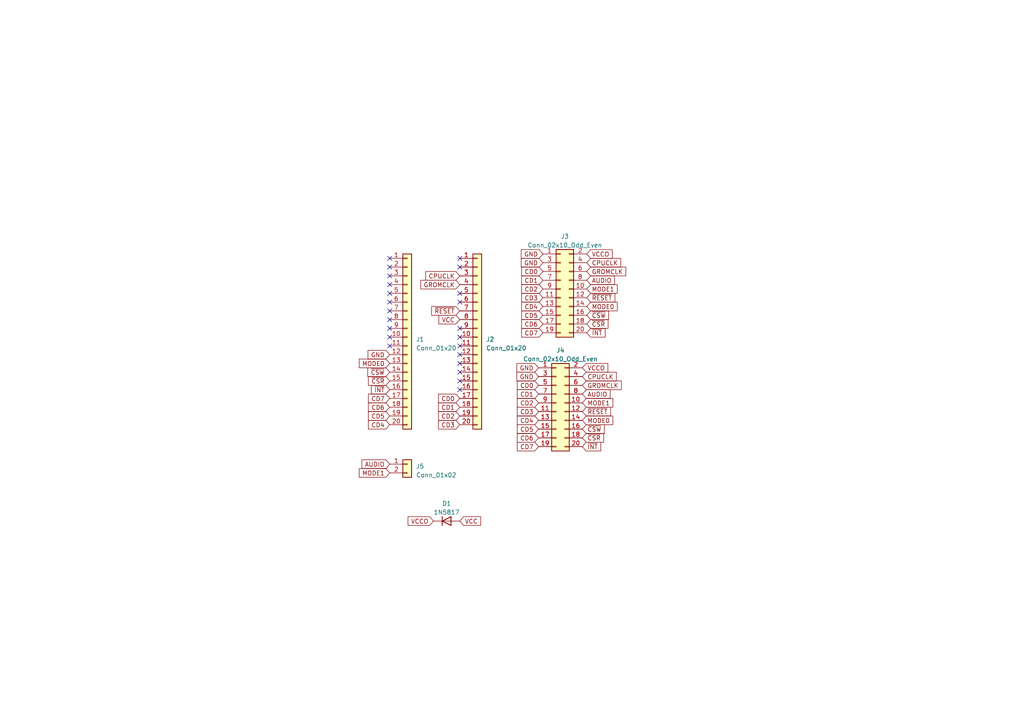
<source format=kicad_sch>
(kicad_sch (version 20230121) (generator eeschema)
  (paper "A4")
  (lib_symbols
    (symbol "Connector_Generic:Conn_01x02" (pin_names (offset 1.016) hide)
      (property "Reference" "J" (at 0 2.54 0))
      (property "Value" "Conn_01x02" (at 0 -5.08 0))
      (symbol "Conn_01x02_1_1"
        (rectangle (start -1.27 -2.413) (end 0 -2.667) (stroke (width 0.1524)))
        (rectangle (start -1.27 0.127) (end 0 -0.127) (stroke (width 0.1524)))
        (rectangle (start -1.27 1.27) (end 1.27 -3.81) (stroke (width 0.254)) (fill (type background)))
        (pin passive line (at -5.08 0 0) (length 3.81) (name "Pin_1") (number "1"))
        (pin passive line (at -5.08 -2.54 0) (length 3.81) (name "Pin_2") (number "2"))
      )
    )
    (symbol "Connector_Generic:Conn_01x20" (pin_names (offset 1.016) hide)
      (property "Reference" "J" (at 0 25.4 0))
      (property "Value" "Conn_01x20" (at 0 -27.94 0))
      (symbol "Conn_01x20_1_1"
        (rectangle (start -1.27 -25.273) (end 0 -25.527) (stroke (width 0.1524)))
        (rectangle (start -1.27 -22.733) (end 0 -22.987) (stroke (width 0.1524)))
        (rectangle (start -1.27 -20.193) (end 0 -20.447) (stroke (width 0.1524)))
        (rectangle (start -1.27 -17.653) (end 0 -17.907) (stroke (width 0.1524)))
        (rectangle (start -1.27 -15.113) (end 0 -15.367) (stroke (width 0.1524)))
        (rectangle (start -1.27 -12.573) (end 0 -12.827) (stroke (width 0.1524)))
        (rectangle (start -1.27 -10.033) (end 0 -10.287) (stroke (width 0.1524)))
        (rectangle (start -1.27 -7.493) (end 0 -7.747) (stroke (width 0.1524)))
        (rectangle (start -1.27 -4.953) (end 0 -5.207) (stroke (width 0.1524)))
        (rectangle (start -1.27 -2.413) (end 0 -2.667) (stroke (width 0.1524)))
        (rectangle (start -1.27 0.127) (end 0 -0.127) (stroke (width 0.1524)))
        (rectangle (start -1.27 2.667) (end 0 2.413) (stroke (width 0.1524)))
        (rectangle (start -1.27 5.207) (end 0 4.953) (stroke (width 0.1524)))
        (rectangle (start -1.27 7.747) (end 0 7.493) (stroke (width 0.1524)))
        (rectangle (start -1.27 10.287) (end 0 10.033) (stroke (width 0.1524)))
        (rectangle (start -1.27 12.827) (end 0 12.573) (stroke (width 0.1524)))
        (rectangle (start -1.27 15.367) (end 0 15.113) (stroke (width 0.1524)))
        (rectangle (start -1.27 17.907) (end 0 17.653) (stroke (width 0.1524)))
        (rectangle (start -1.27 20.447) (end 0 20.193) (stroke (width 0.1524)))
        (rectangle (start -1.27 22.987) (end 0 22.733) (stroke (width 0.1524)))
        (rectangle (start -1.27 24.13) (end 1.27 -26.67) (stroke (width 0.254)) (fill (type background)))
        (pin passive line (at -5.08 22.86 0) (length 3.81) (name "Pin_1") (number "1"))
        (pin passive line (at -5.08 0 0) (length 3.81) (name "Pin_10") (number "10"))
        (pin passive line (at -5.08 -2.54 0) (length 3.81) (name "Pin_11") (number "11"))
        (pin passive line (at -5.08 -5.08 0) (length 3.81) (name "Pin_12") (number "12"))
        (pin passive line (at -5.08 -7.62 0) (length 3.81) (name "Pin_13") (number "13"))
        (pin passive line (at -5.08 -10.16 0) (length 3.81) (name "Pin_14") (number "14"))
        (pin passive line (at -5.08 -12.7 0) (length 3.81) (name "Pin_15") (number "15"))
        (pin passive line (at -5.08 -15.24 0) (length 3.81) (name "Pin_16") (number "16"))
        (pin passive line (at -5.08 -17.78 0) (length 3.81) (name "Pin_17") (number "17"))
        (pin passive line (at -5.08 -20.32 0) (length 3.81) (name "Pin_18") (number "18"))
        (pin passive line (at -5.08 -22.86 0) (length 3.81) (name "Pin_19") (number "19"))
        (pin passive line (at -5.08 20.32 0) (length 3.81) (name "Pin_2") (number "2"))
        (pin passive line (at -5.08 -25.4 0) (length 3.81) (name "Pin_20") (number "20"))
        (pin passive line (at -5.08 17.78 0) (length 3.81) (name "Pin_3") (number "3"))
        (pin passive line (at -5.08 15.24 0) (length 3.81) (name "Pin_4") (number "4"))
        (pin passive line (at -5.08 12.7 0) (length 3.81) (name "Pin_5") (number "5"))
        (pin passive line (at -5.08 10.16 0) (length 3.81) (name "Pin_6") (number "6"))
        (pin passive line (at -5.08 7.62 0) (length 3.81) (name "Pin_7") (number "7"))
        (pin passive line (at -5.08 5.08 0) (length 3.81) (name "Pin_8") (number "8"))
        (pin passive line (at -5.08 2.54 0) (length 3.81) (name "Pin_9") (number "9"))
      )
    )
    (symbol "Connector_Generic:Conn_02x10_Odd_Even" (pin_names (offset 1.016) hide)
      (property "Reference" "J" (at 1.27 12.7 0))
      (property "Value" "Conn_02x10_Odd_Even" (at 1.27 -15.24 0))
      (symbol "Conn_02x10_Odd_Even_1_1"
        (rectangle (start -1.27 -12.573) (end 0 -12.827) (stroke (width 0.1524)))
        (rectangle (start -1.27 -10.033) (end 0 -10.287) (stroke (width 0.1524)))
        (rectangle (start -1.27 -7.493) (end 0 -7.747) (stroke (width 0.1524)))
        (rectangle (start -1.27 -4.953) (end 0 -5.207) (stroke (width 0.1524)))
        (rectangle (start -1.27 -2.413) (end 0 -2.667) (stroke (width 0.1524)))
        (rectangle (start -1.27 0.127) (end 0 -0.127) (stroke (width 0.1524)))
        (rectangle (start -1.27 2.667) (end 0 2.413) (stroke (width 0.1524)))
        (rectangle (start -1.27 5.207) (end 0 4.953) (stroke (width 0.1524)))
        (rectangle (start -1.27 7.747) (end 0 7.493) (stroke (width 0.1524)))
        (rectangle (start -1.27 10.287) (end 0 10.033) (stroke (width 0.1524)))
        (rectangle (start -1.27 11.43) (end 3.81 -13.97) (stroke (width 0.254)) (fill (type background)))
        (rectangle (start 3.81 -12.573) (end 2.54 -12.827) (stroke (width 0.1524)))
        (rectangle (start 3.81 -10.033) (end 2.54 -10.287) (stroke (width 0.1524)))
        (rectangle (start 3.81 -7.493) (end 2.54 -7.747) (stroke (width 0.1524)))
        (rectangle (start 3.81 -4.953) (end 2.54 -5.207) (stroke (width 0.1524)))
        (rectangle (start 3.81 -2.413) (end 2.54 -2.667) (stroke (width 0.1524)))
        (rectangle (start 3.81 0.127) (end 2.54 -0.127) (stroke (width 0.1524)))
        (rectangle (start 3.81 2.667) (end 2.54 2.413) (stroke (width 0.1524)))
        (rectangle (start 3.81 5.207) (end 2.54 4.953) (stroke (width 0.1524)))
        (rectangle (start 3.81 7.747) (end 2.54 7.493) (stroke (width 0.1524)))
        (rectangle (start 3.81 10.287) (end 2.54 10.033) (stroke (width 0.1524)))
        (pin passive line (at -5.08 10.16 0) (length 3.81) (name "Pin_1") (number "1"))
        (pin passive line (at 7.62 0 180) (length 3.81) (name "Pin_10") (number "10"))
        (pin passive line (at -5.08 -2.54 0) (length 3.81) (name "Pin_11") (number "11"))
        (pin passive line (at 7.62 -2.54 180) (length 3.81) (name "Pin_12") (number "12"))
        (pin passive line (at -5.08 -5.08 0) (length 3.81) (name "Pin_13") (number "13"))
        (pin passive line (at 7.62 -5.08 180) (length 3.81) (name "Pin_14") (number "14"))
        (pin passive line (at -5.08 -7.62 0) (length 3.81) (name "Pin_15") (number "15"))
        (pin passive line (at 7.62 -7.62 180) (length 3.81) (name "Pin_16") (number "16"))
        (pin passive line (at -5.08 -10.16 0) (length 3.81) (name "Pin_17") (number "17"))
        (pin passive line (at 7.62 -10.16 180) (length 3.81) (name "Pin_18") (number "18"))
        (pin passive line (at -5.08 -12.7 0) (length 3.81) (name "Pin_19") (number "19"))
        (pin passive line (at 7.62 10.16 180) (length 3.81) (name "Pin_2") (number "2"))
        (pin passive line (at 7.62 -12.7 180) (length 3.81) (name "Pin_20") (number "20"))
        (pin passive line (at -5.08 7.62 0) (length 3.81) (name "Pin_3") (number "3"))
        (pin passive line (at 7.62 7.62 180) (length 3.81) (name "Pin_4") (number "4"))
        (pin passive line (at -5.08 5.08 0) (length 3.81) (name "Pin_5") (number "5"))
        (pin passive line (at 7.62 5.08 180) (length 3.81) (name "Pin_6") (number "6"))
        (pin passive line (at -5.08 2.54 0) (length 3.81) (name "Pin_7") (number "7"))
        (pin passive line (at 7.62 2.54 180) (length 3.81) (name "Pin_8") (number "8"))
        (pin passive line (at -5.08 0 0) (length 3.81) (name "Pin_9") (number "9"))
      )
    )
    (symbol "Diode:1N4001" (pin_numbers hide) (pin_names hide)
      (property "Reference" "D" (at 0 2.54 0))
      (property "Value" "1N4001" (at 0 -2.54 0))
      (symbol "1N4001_0_1"
        (polyline (pts (xy -1.27 1.27) (xy -1.27 -1.27)) (stroke (width 0.254)))
        (polyline (pts (xy 1.27 0) (xy -1.27 0)))
        (polyline (pts (xy 1.27 1.27) (xy 1.27 -1.27) (xy -1.27 0) (xy 1.27 1.27)) (stroke (width 0.254)))
      )
      (symbol "1N4001_1_1"
        (pin passive line (at -3.81 0 0) (length 2.54) (name "K") (number "1"))
        (pin passive line (at 3.81 0 180) (length 2.54) (name "A") (number "2"))
      )
    )
  )
  (no_connect (at 113.03 97.79))
  (no_connect (at 133.35 77.47))
  (no_connect (at 133.35 100.33))
  (no_connect (at 113.03 80.01))
  (no_connect (at 133.35 110.49))
  (no_connect (at 133.35 105.41))
  (no_connect (at 133.35 74.93))
  (no_connect (at 113.03 87.63))
  (no_connect (at 113.03 90.17))
  (no_connect (at 113.03 77.47))
  (no_connect (at 113.03 92.71))
  (no_connect (at 133.35 102.87))
  (no_connect (at 133.35 85.09))
  (no_connect (at 133.35 97.79))
  (no_connect (at 113.03 82.55))
  (no_connect (at 113.03 85.09))
  (no_connect (at 113.03 95.25))
  (no_connect (at 133.35 95.25))
  (no_connect (at 113.03 100.33))
  (no_connect (at 133.35 107.95))
  (no_connect (at 133.35 87.63))
  (no_connect (at 133.35 113.03))
  (no_connect (at 113.03 74.93))
  (global_label "~{CSR}" (shape input) (at 168.91 127 0) (property "Intersheetrefs" "${INTERSHEET_REFS}" (effects hide)))
  (global_label "CD1" (shape input) (at 156.21 114.3 180) (property "Intersheetrefs" "${INTERSHEET_REFS}" (effects hide)))
  (global_label "AUDIO" (shape input) (at 168.91 114.3 0) (property "Intersheetrefs" "${INTERSHEET_REFS}" (effects hide)))
  (global_label "GND" (shape input) (at 157.48 76.2 180) (property "Intersheetrefs" "${INTERSHEET_REFS}" (effects hide)))
  (global_label "GND" (shape input) (at 156.21 109.22 180) (property "Intersheetrefs" "${INTERSHEET_REFS}" (effects hide)))
  (global_label "~{RESET}" (shape input) (at 168.91 119.38 0) (property "Intersheetrefs" "${INTERSHEET_REFS}" (effects hide)))
  (global_label "MODE1" (shape input) (at 113.03 137.16 180) (property "Intersheetrefs" "${INTERSHEET_REFS}" (effects hide)))
  (global_label "MODE1" (shape input) (at 170.18 83.82 0) (property "Intersheetrefs" "${INTERSHEET_REFS}" (effects hide)))
  (global_label "GND" (shape input) (at 113.03 102.87 180) (property "Intersheetrefs" "${INTERSHEET_REFS}" (effects hide)))
  (global_label "CD1" (shape input) (at 157.48 81.28 180) (property "Intersheetrefs" "${INTERSHEET_REFS}" (effects hide)))
  (global_label "~{CSR}" (shape input) (at 170.18 93.98 0) (property "Intersheetrefs" "${INTERSHEET_REFS}" (effects hide)))
  (global_label "MODE0" (shape input) (at 170.18 88.9 0) (property "Intersheetrefs" "${INTERSHEET_REFS}" (effects hide)))
  (global_label "~{CSW}" (shape input) (at 113.03 107.95 180) (property "Intersheetrefs" "${INTERSHEET_REFS}" (effects hide)))
  (global_label "GND" (shape input) (at 156.21 106.68 180) (property "Intersheetrefs" "${INTERSHEET_REFS}" (effects hide)))
  (global_label "~{CSR}" (shape input) (at 113.03 110.49 180) (property "Intersheetrefs" "${INTERSHEET_REFS}" (effects hide)))
  (global_label "CD5" (shape input) (at 156.21 124.46 180) (property "Intersheetrefs" "${INTERSHEET_REFS}" (effects hide)))
  (global_label "MODE0" (shape input) (at 168.91 121.92 0) (property "Intersheetrefs" "${INTERSHEET_REFS}" (effects hide)))
  (global_label "VCCO" (shape input) (at 125.73 151.13 180) (property "Intersheetrefs" "${INTERSHEET_REFS}" (effects hide)))
  (global_label "~{INT}" (shape input) (at 170.18 96.52 0) (property "Intersheetrefs" "${INTERSHEET_REFS}" (effects hide)))
  (global_label "CPUCLK" (shape input) (at 170.18 76.2 0) (property "Intersheetrefs" "${INTERSHEET_REFS}" (effects hide)))
  (global_label "MODE0" (shape input) (at 113.03 105.41 180) (property "Intersheetrefs" "${INTERSHEET_REFS}" (effects hide)))
  (global_label "CD5" (shape input) (at 157.48 91.44 180) (property "Intersheetrefs" "${INTERSHEET_REFS}" (effects hide)))
  (global_label "CD0" (shape input) (at 157.48 78.74 180) (property "Intersheetrefs" "${INTERSHEET_REFS}" (effects hide)))
  (global_label "CD7" (shape input) (at 156.21 129.54 180) (property "Intersheetrefs" "${INTERSHEET_REFS}" (effects hide)))
  (global_label "GROMCLK" (shape input) (at 133.35 82.55 180) (property "Intersheetrefs" "${INTERSHEET_REFS}" (effects hide)))
  (global_label "GROMCLK" (shape input) (at 170.18 78.74 0) (property "Intersheetrefs" "${INTERSHEET_REFS}" (effects hide)))
  (global_label "CD2" (shape input) (at 157.48 83.82 180) (property "Intersheetrefs" "${INTERSHEET_REFS}" (effects hide)))
  (global_label "CD2" (shape input) (at 133.35 120.65 180) (property "Intersheetrefs" "${INTERSHEET_REFS}" (effects hide)))
  (global_label "CD3" (shape input) (at 156.21 119.38 180) (property "Intersheetrefs" "${INTERSHEET_REFS}" (effects hide)))
  (global_label "AUDIO" (shape input) (at 170.18 81.28 0) (property "Intersheetrefs" "${INTERSHEET_REFS}" (effects hide)))
  (global_label "~{INT}" (shape input) (at 113.03 113.03 180) (property "Intersheetrefs" "${INTERSHEET_REFS}" (effects hide)))
  (global_label "CD5" (shape input) (at 113.03 120.65 180) (property "Intersheetrefs" "${INTERSHEET_REFS}" (effects hide)))
  (global_label "CD7" (shape input) (at 113.03 115.57 180) (property "Intersheetrefs" "${INTERSHEET_REFS}" (effects hide)))
  (global_label "VCCO" (shape input) (at 168.91 106.68 0) (property "Intersheetrefs" "${INTERSHEET_REFS}" (effects hide)))
  (global_label "VCC" (shape input) (at 133.35 92.71 180) (property "Intersheetrefs" "${INTERSHEET_REFS}" (effects hide)))
  (global_label "AUDIO" (shape input) (at 113.03 134.62 180) (property "Intersheetrefs" "${INTERSHEET_REFS}" (effects hide)))
  (global_label "CD6" (shape input) (at 113.03 118.11 180) (property "Intersheetrefs" "${INTERSHEET_REFS}" (effects hide)))
  (global_label "~{CSW}" (shape input) (at 170.18 91.44 0) (property "Intersheetrefs" "${INTERSHEET_REFS}" (effects hide)))
  (global_label "CD0" (shape input) (at 156.21 111.76 180) (property "Intersheetrefs" "${INTERSHEET_REFS}" (effects hide)))
  (global_label "CD7" (shape input) (at 157.48 96.52 180) (property "Intersheetrefs" "${INTERSHEET_REFS}" (effects hide)))
  (global_label "VCC" (shape input) (at 133.35 151.13 0) (property "Intersheetrefs" "${INTERSHEET_REFS}" (effects hide)))
  (global_label "~{CSW}" (shape input) (at 168.91 124.46 0) (property "Intersheetrefs" "${INTERSHEET_REFS}" (effects hide)))
  (global_label "CD2" (shape input) (at 156.21 116.84 180) (property "Intersheetrefs" "${INTERSHEET_REFS}" (effects hide)))
  (global_label "CD3" (shape input) (at 133.35 123.19 180) (property "Intersheetrefs" "${INTERSHEET_REFS}" (effects hide)))
  (global_label "CPUCLK" (shape input) (at 168.91 109.22 0) (property "Intersheetrefs" "${INTERSHEET_REFS}" (effects hide)))
  (global_label "~{RESET}" (shape input) (at 170.18 86.36 0) (property "Intersheetrefs" "${INTERSHEET_REFS}" (effects hide)))
  (global_label "~{RESET}" (shape input) (at 133.35 90.17 180) (property "Intersheetrefs" "${INTERSHEET_REFS}" (effects hide)))
  (global_label "CD4" (shape input) (at 157.48 88.9 180) (property "Intersheetrefs" "${INTERSHEET_REFS}" (effects hide)))
  (global_label "CD6" (shape input) (at 157.48 93.98 180) (property "Intersheetrefs" "${INTERSHEET_REFS}" (effects hide)))
  (global_label "CD3" (shape input) (at 157.48 86.36 180) (property "Intersheetrefs" "${INTERSHEET_REFS}" (effects hide)))
  (global_label "MODE1" (shape input) (at 168.91 116.84 0) (property "Intersheetrefs" "${INTERSHEET_REFS}" (effects hide)))
  (global_label "CPUCLK" (shape input) (at 133.35 80.01 180) (property "Intersheetrefs" "${INTERSHEET_REFS}" (effects hide)))
  (global_label "GROMCLK" (shape input) (at 168.91 111.76 0) (property "Intersheetrefs" "${INTERSHEET_REFS}" (effects hide)))
  (global_label "~{INT}" (shape input) (at 168.91 129.54 0) (property "Intersheetrefs" "${INTERSHEET_REFS}" (effects hide)))
  (global_label "CD1" (shape input) (at 133.35 118.11 180) (property "Intersheetrefs" "${INTERSHEET_REFS}" (effects hide)))
  (global_label "CD4" (shape input) (at 113.03 123.19 180) (property "Intersheetrefs" "${INTERSHEET_REFS}" (effects hide)))
  (global_label "VCCO" (shape input) (at 170.18 73.66 0) (property "Intersheetrefs" "${INTERSHEET_REFS}" (effects hide)))
  (global_label "CD0" (shape input) (at 133.35 115.57 180) (property "Intersheetrefs" "${INTERSHEET_REFS}" (effects hide)))
  (global_label "CD4" (shape input) (at 156.21 121.92 180) (property "Intersheetrefs" "${INTERSHEET_REFS}" (effects hide)))
  (global_label "CD6" (shape input) (at 156.21 127 180) (property "Intersheetrefs" "${INTERSHEET_REFS}" (effects hide)))
  (global_label "GND" (shape input) (at 157.48 73.66 180) (property "Intersheetrefs" "${INTERSHEET_REFS}" (effects hide)))
  (symbol (lib_id "Connector_Generic:Conn_01x20") (at 118.11 97.79 0) (unit 1)
    (property "Reference" "J1" (at 120.65 98.425 0) (effects (justify left)))
    (property "Value" "Conn_01x20" (at 120.65 100.965 0) (effects (justify left)))
    (property "Footprint" "Connector_PinHeader_2.54mm:PinHeader_1x20_P2.54mm_Vertical" (effects hide))
  )
  (symbol (lib_id "Connector_Generic:Conn_02x10_Odd_Even") (at 162.56 83.82 0) (unit 1)
    (property "Reference" "J3" (at 163.83 68.58 0))
    (property "Value" "Conn_02x10_Odd_Even" (at 163.83 71.12 0))
    (property "Footprint" "Connector_PinHeader_2.54mm:PinHeader_2x10_P2.54mm_Vertical" (effects hide))
  )
  (symbol (lib_id "Connector_Generic:Conn_01x20") (at 138.43 97.79 0) (unit 1)
    (property "Reference" "J2" (at 140.97 98.425 0) (effects (justify left)))
    (property "Value" "Conn_01x20" (at 140.97 100.965 0) (effects (justify left)))
    (property "Footprint" "Connector_PinHeader_2.54mm:PinHeader_1x20_P2.54mm_Vertical" (effects hide))
  )
  (symbol (lib_id "Connector_Generic:Conn_01x02") (at 118.11 134.62 0) (unit 1)
    (property "Reference" "J5" (at 120.65 135.255 0) (effects (justify left)))
    (property "Value" "Conn_01x02" (at 120.65 137.795 0) (effects (justify left)))
    (property "Footprint" "Connector_PinHeader_2.54mm:PinHeader_1x02_P2.54mm_Vertical" (effects hide))
  )
  (symbol (lib_id "Diode:1N4001") (at 129.54 151.13 0) (unit 1)
    (property "Reference" "D1" (at 129.54 146.05 0))
    (property "Value" "1N5817" (at 129.54 148.59 0))
    (property "Footprint" "Diode_THT:D_DO-41_SOD81_P10.16mm_Horizontal" (effects hide))
    (property "Datasheet" "http://www.vishay.com/docs/88503/1n4001.pdf" (effects hide))
    (property "Sim.Device" "D" (effects hide))
    (property "Sim.Pins" "1=K 2=A" (effects hide))
  )
  (symbol (lib_id "Connector_Generic:Conn_02x10_Odd_Even") (at 161.29 116.84 0) (unit 1)
    (property "Reference" "J4" (at 162.56 101.6 0))
    (property "Value" "Conn_02x10_Odd_Even" (at 162.56 104.14 0))
    (property "Footprint" "Connector_PinHeader_2.54mm:PinHeader_2x10_P2.54mm_Vertical" (effects hide))
  )
)
</source>
